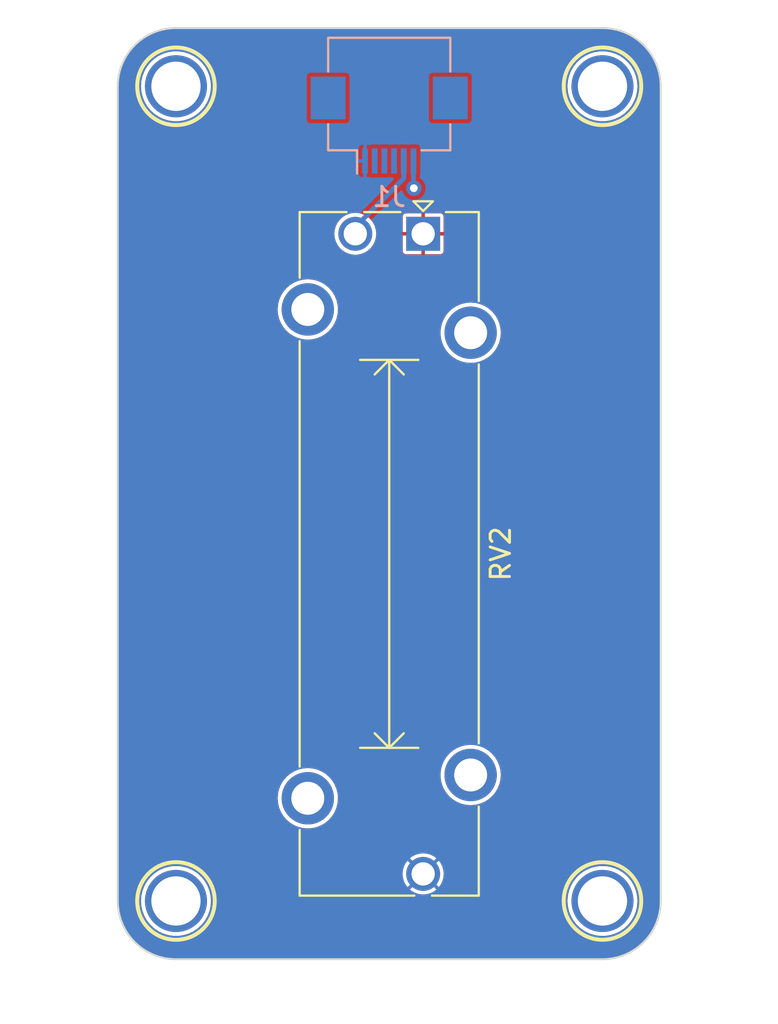
<source format=kicad_pcb>
(kicad_pcb (version 20221018) (generator pcbnew)
  (layers (0 "F.Cu" signal) (31 "B.Cu" signal) (34 "B.Paste" user) (35 "F.Paste" user) (36 "B.SilkS" user "B.Silkscreen") (37 "F.SilkS" user "F.Silkscreen") (38 "B.Mask" user) (39 "F.Mask" user) (44 "Edge.Cuts" user))
  (net 0 "")
  (net 1 "+3.3V")
  (net 2 "/SLIDER")
  (net 6 "GND")
  (footprint "MPP_MountingHole:MountingHole_M2.5" (layer "F.Cu") (at 146 61)
    (fp_text reference "H2" hide)
    (fp_text value "MountingHole_Pad_M2.5")
    (fp_circle (center 0 0) (end 2 0) (stroke (width 0.2032)) (fill none) (layer "F.SilkS"))
    (pad "MP" thru_hole circle (at 0 0) (size 3.2 3.2) (drill 2.54) (layers "*.Cu" "*.Mask"))
  )
  (footprint "MPP_MountingHole:MountingHole_M2.5" (layer "F.Cu") (at 146 103)
    (fp_text reference "H4" hide)
    (fp_text value "MountingHole_Pad_M2.5")
    (fp_circle (center 0 0) (end 2 0) (stroke (width 0.2032)) (fill none) (layer "F.SilkS"))
    (pad "MP" thru_hole circle (at 0 0) (size 3.2 3.2) (drill 2.54) (layers "*.Cu" "*.Mask"))
  )
  (footprint "MPP_MountingHole:MountingHole_M2.5" (layer "F.Cu") (at 124 61)
    (fp_text reference "H1" hide)
    (fp_text value "MountingHole_Pad_M2.5")
    (fp_circle (center 0 0) (end 2 0) (stroke (width 0.2032)) (fill none) (layer "F.SilkS"))
    (pad "MP" thru_hole circle (at 0 0) (size 3.2 3.2) (drill 2.54) (layers "*.Cu" "*.Mask"))
  )
  (footprint "Potentiometer_THT:Potentiometer_Bourns_PTA2043_Single_Slide" (layer "F.Cu") (at 136.75 68.605 -90)
    (fp_text reference "RV2" (at 16.5 -4 90) (layer "F.SilkS"))
    (fp_text value "~")
    (fp_line (start -1.675 -0.5) (end -1.675 0.5) (stroke (width 0.12)) (layer "F.SilkS"))
    (fp_line (start -1.675 0.5) (end -1.175 0) (stroke (width 0.12)) (layer "F.SilkS"))
    (fp_line (start -1.175 0) (end -1.675 -0.5) (stroke (width 0.12)) (layer "F.SilkS"))
    (fp_line (start -1.12 -2.87) (end -1.12 -1.175) (stroke (width 0.12)) (layer "F.SilkS"))
    (fp_line (start -1.12 -2.87) (end 3.465 -2.87) (stroke (width 0.12)) (layer "F.SilkS"))
    (fp_line (start -1.12 1.175) (end -1.12 3.045) (stroke (width 0.12)) (layer "F.SilkS"))
    (fp_line (start -1.12 3.956) (end -1.12 6.37) (stroke (width 0.12)) (layer "F.SilkS"))
    (fp_line (start -1.12 6.37) (end 2.265 6.37) (stroke (width 0.12)) (layer "F.SilkS"))
    (fp_line (start 5.536 6.37) (end 27.465 6.37) (stroke (width 0.12)) (layer "F.SilkS"))
    (fp_line (start 6.5 0.25) (end 6.5 3.25) (stroke (width 0.12)) (layer "F.SilkS"))
    (fp_line (start 6.5 1.75) (end 7.25 2.5) (stroke (width 0.12)) (layer "F.SilkS"))
    (fp_line (start 6.5 1.75) (end 26.5 1.75) (stroke (width 0.12)) (layer "F.SilkS"))
    (fp_line (start 6.736 -2.87) (end 26.265 -2.87) (stroke (width 0.12)) (layer "F.SilkS"))
    (fp_line (start 7.25 1) (end 6.5 1.75) (stroke (width 0.12)) (layer "F.SilkS"))
    (fp_line (start 25.75 1) (end 26.5 1.75) (stroke (width 0.12)) (layer "F.SilkS"))
    (fp_line (start 26.5 0.25) (end 26.5 3.25) (stroke (width 0.12)) (layer "F.SilkS"))
    (fp_line (start 26.5 1.75) (end 25.75 2.5) (stroke (width 0.12)) (layer "F.SilkS"))
    (fp_line (start 29.536 -2.87) (end 34.12 -2.87) (stroke (width 0.12)) (layer "F.SilkS"))
    (fp_line (start 30.736 6.37) (end 34.12 6.37) (stroke (width 0.12)) (layer "F.SilkS"))
    (fp_line (start 34.12 -2.87) (end 34.12 -0.456) (stroke (width 0.12)) (layer "F.SilkS"))
    (fp_line (start 34.12 0.456) (end 34.12 6.37) (stroke (width 0.12)) (layer "F.SilkS"))
    (pad "1" thru_hole rect (at 0 0 270) (size 1.75 1.75) (drill 1.2) (layers "*.Cu" "*.Mask") (net 1 "+3.3V"))
    (pad "2" thru_hole circle (at 0 3.5 270) (size 1.75 1.75) (drill 1.2) (layers "*.Cu" "*.Mask") (net 2 "/SLIDER"))
    (pad "3" thru_hole circle (at 33 0 270) (size 1.75 1.75) (drill 1.2) (layers "*.Cu" "*.Mask") (net 6 "GND"))
    (pad "MP" thru_hole circle (at 3.9 5.95 270) (size 2.7 2.7) (drill 1.7) (layers "*.Cu" "*.Mask"))
    (pad "MP" thru_hole circle (at 5.1 -2.45 270) (size 2.7 2.7) (drill 1.7) (layers "*.Cu" "*.Mask"))
    (pad "MP" thru_hole circle (at 27.9 -2.45 270) (size 2.7 2.7) (drill 1.7) (layers "*.Cu" "*.Mask"))
    (pad "MP" thru_hole circle (at 29.1 5.95 270) (size 2.7 2.7) (drill 1.7) (layers "*.Cu" "*.Mask"))
  )
  (footprint "MPP_MountingHole:MountingHole_M2.5" (layer "F.Cu") (at 124 103)
    (fp_text reference "H3" hide)
    (fp_text value "MountingHole_Pad_M2.5")
    (fp_circle (center 0 0) (end 2 0) (stroke (width 0.2032)) (fill none) (layer "F.SilkS"))
    (pad "MP" thru_hole circle (at 0 0) (size 3.2 3.2) (drill 2.54) (layers "*.Cu" "*.Mask"))
  )
  (footprint "Connector_FFC-FPC:Hirose_FH12-6S-0.5SH_1x06-1MP_P0.50mm_Horizontal" (layer "B.Cu") (at 135 63)
    (fp_text reference "J1" (at 0 3.7) (layer "B.SilkS") (effects (justify mirror)))
    (fp_text value "Conn_01x06_Socket")
    (fp_line (start -3.15 -4.5) (end 3.15 -4.5) (stroke (width 0.12)) (layer "B.SilkS"))
    (fp_line (start -3.15 -2.76) (end -3.15 -4.5) (stroke (width 0.12)) (layer "B.SilkS"))
    (fp_line (start -3.15 1.3) (end -3.15 -0.04) (stroke (width 0.12)) (layer "B.SilkS"))
    (fp_line (start -1.66 1.3) (end -3.15 1.3) (stroke (width 0.12)) (layer "B.SilkS"))
    (fp_line (start -1.66 1.3) (end -1.66 2.5) (stroke (width 0.12)) (layer "B.SilkS"))
    (fp_line (start 1.66 1.3) (end 3.15 1.3) (stroke (width 0.12)) (layer "B.SilkS"))
    (fp_line (start 3.15 -4.5) (end 3.15 -2.76) (stroke (width 0.12)) (layer "B.SilkS"))
    (fp_line (start 3.15 1.3) (end 3.15 -0.04) (stroke (width 0.12)) (layer "B.SilkS"))
    (pad "1" smd rect (at -1.25 1.85) (size 0.3 1.3) (layers "B.Cu" "B.Paste" "B.Mask") (net 6 "GND"))
    (pad "2" smd rect (at -0.75 1.85) (size 0.3 1.3) (layers "B.Cu" "B.Paste" "B.Mask"))
    (pad "3" smd rect (at -0.25 1.85) (size 0.3 1.3) (layers "B.Cu" "B.Paste" "B.Mask"))
    (pad "4" smd rect (at 0.25 1.85) (size 0.3 1.3) (layers "B.Cu" "B.Paste" "B.Mask"))
    (pad "5" smd rect (at 0.75 1.85) (size 0.3 1.3) (layers "B.Cu" "B.Paste" "B.Mask") (net 2 "/SLIDER"))
    (pad "6" smd rect (at 1.25 1.85) (size 0.3 1.3) (layers "B.Cu" "B.Paste" "B.Mask") (net 1 "+3.3V"))
    (pad "MP" smd rect (at -3.15 -1.4) (size 1.8 2.2) (layers "B.Cu" "B.Paste" "B.Mask"))
    (pad "MP" smd rect (at 3.15 -1.4) (size 1.8 2.2) (layers "B.Cu" "B.Paste" "B.Mask"))
  )
  (gr_line (start 121 103) (end 121 61) (stroke (width 0.1)) (layer "Edge.Cuts"))
  (gr_arc (start 146 58) (mid 148.12132 58.87868) (end 149 61) (stroke (width 0.1)) (layer "Edge.Cuts"))
  (gr_arc (start 124 106) (mid 121.87868 105.12132) (end 121 103) (stroke (width 0.1)) (layer "Edge.Cuts"))
  (gr_line (start 146 106) (end 124 106) (stroke (width 0.1)) (layer "Edge.Cuts"))
  (gr_arc (start 149 103) (mid 148.12132 105.12132) (end 146 106) (stroke (width 0.1)) (layer "Edge.Cuts"))
  (gr_line (start 124 58) (end 146 58) (stroke (width 0.1)) (layer "Edge.Cuts"))
  (gr_arc (start 121 61) (mid 121.87868 58.87868) (end 124 58) (stroke (width 0.1)) (layer "Edge.Cuts"))
  (gr_line (start 149 61) (end 149 103) (stroke (width 0.1)) (layer "Edge.Cuts"))
  (via (at 136.27 66.255) (size 0.8) (drill 0.4) (layers "F.Cu" "B.Cu") (net 1))
  (segment (start 136.25 66.235) (end 136.27 66.255) (width 0.25) (layer "B.Cu") (net 1))
  (segment (start 136.25 64.85) (end 136.25 66.235) (width 0.25) (layer "B.Cu") (net 1))
  (segment (start 135.75 65.75) (end 133.25 68.25) (width 0.25) (layer "B.Cu") (net 2))
  (segment (start 135.75 64.85) (end 135.75 65.75) (width 0.25) (layer "B.Cu") (net 2))
  (segment (start 133.25 68.25) (end 133.25 68.605) (width 0.25) (layer "B.Cu") (net 2))
  (zone (net 1) (net_name "+3.3V") (layer "F.Cu") (connect_pads (clearance 0.1524)) (min_thickness 0.1524) (fill yes (thermal_gap 0.1778) (thermal_bridge_width 0.1778))
    (polygon (pts (xy 121 58) (xy 149 58) (xy 149 106) (xy 121 106)))
  )
  (zone (net 6) (net_name "GND") (layer "B.Cu") (priority 1) (connect_pads (clearance 0.1524)) (min_thickness 0.1524) (fill yes (thermal_gap 0.1778) (thermal_bridge_width 0.1778))
    (polygon (pts (xy 121 58) (xy 149 58) (xy 149 106) (xy 121 106)))
  )
)
</source>
